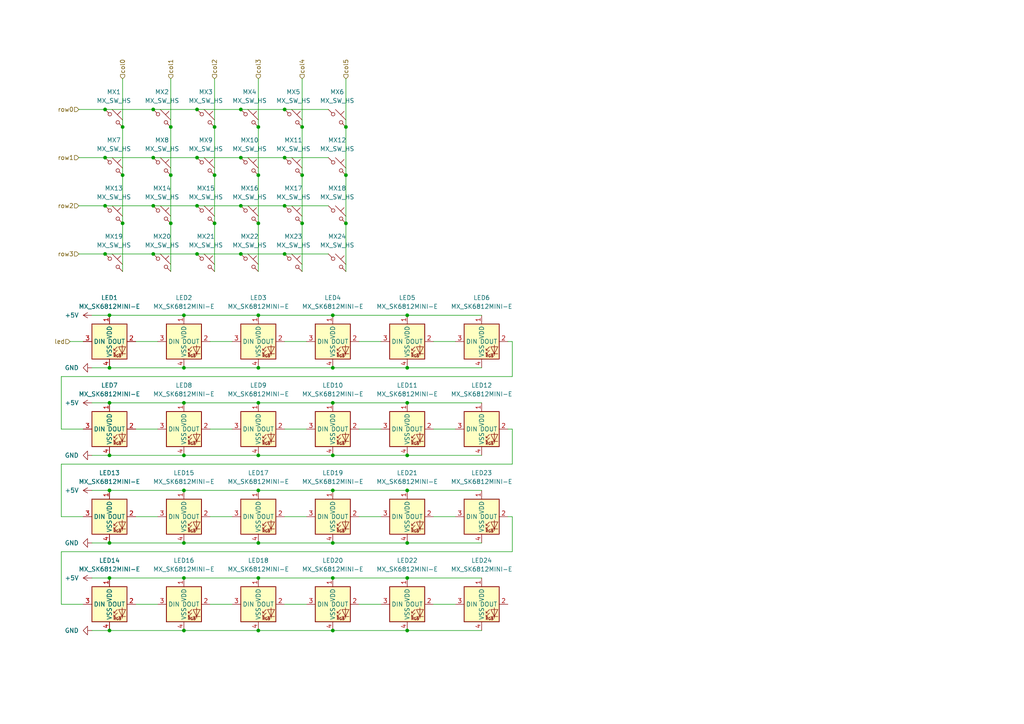
<source format=kicad_sch>
(kicad_sch (version 20230121) (generator eeschema)
  (paper "A4")
  (lib_symbols
    (symbol "PCM_marbastlib-mx:MX_SK6812MINI-E"
      (property "Reference" "LED" (at 3.175 6.35 0))
      (property "Value" "MX_SK6812MINI-E" (at 10.16 -6.985 0))
      (symbol "MX_SK6812MINI-E_0_0"
        (text "RGB" (at 2.286 -4.191 0) (effects (font (size 0.762 0.762))))
      )
      (symbol "MX_SK6812MINI-E_0_1"
        (rectangle (start -5.08 5.08) (end 5.08 -5.08) (stroke (width 0.254)) (fill (type background)))
        (polyline (pts (xy 1.27 -3.556) (xy 1.778 -3.556)))
        (polyline (pts (xy 1.27 -2.54) (xy 1.778 -2.54)))
        (polyline (pts (xy 4.699 -3.556) (xy 2.667 -3.556)))
        (polyline (pts (xy 2.286 -2.54) (xy 1.27 -3.556) (xy 1.27 -3.048)))
        (polyline (pts (xy 2.286 -1.524) (xy 1.27 -2.54) (xy 1.27 -2.032)))
        (polyline (pts (xy 3.683 -1.016) (xy 3.683 -3.556) (xy 3.683 -4.064)))
        (polyline (pts (xy 4.699 -1.524) (xy 2.667 -1.524) (xy 3.683 -3.556) (xy 4.699 -1.524)))
      )
      (symbol "MX_SK6812MINI-E_1_1"
        (pin power_in line (at 0 7.62 270) (length 2.54) (name "VDD") (number "1"))
        (pin output line (at 7.62 0 180) (length 2.54) (name "DOUT") (number "2"))
        (pin input line (at -7.62 0 0) (length 2.54) (name "DIN") (number "3"))
        (pin power_in line (at 0 -7.62 90) (length 2.54) (name "VSS") (number "4"))
      )
    )
    (symbol "PCM_marbastlib-mx:MX_SW_HS" (pin_numbers hide) (pin_names (offset 1.016) hide)
      (property "Reference" "MX" (at 3.048 1.016 0))
      (property "Value" "MX_SW_HS" (at 0 -3.81 0))
      (symbol "MX_SW_HS_0_1"
        (circle (center -1.1684 1.1684) (radius 0.508))
        (polyline (pts (xy -0.508 2.54) (xy 2.54 -0.508)))
        (polyline (pts (xy 1.016 1.016) (xy 2.032 2.032)))
        (polyline (pts (xy -2.54 2.54) (xy -1.524 1.524) (xy -1.524 1.524)))
        (polyline (pts (xy 1.524 -1.524) (xy 2.54 -2.54) (xy 2.54 -2.54) (xy 2.54 -2.54)))
        (circle (center 1.143 -1.1938) (radius 0.508))
        (pin passive line (at -2.54 2.54 0) (length 0) (name "1") (number "1"))
        (pin passive line (at 2.54 -2.54 180) (length 0) (name "2") (number "2"))
      )
    )
    (symbol "power:+5V" (power) (pin_names (offset 0))
      (property "Value" "+5V" (at 0 3.556 0))
      (symbol "+5V_0_1"
        (polyline (pts (xy -0.762 1.27) (xy 0 2.54)))
        (polyline (pts (xy 0 0) (xy 0 2.54)))
        (polyline (pts (xy 0 2.54) (xy 0.762 1.27)))
      )
      (symbol "+5V_1_1"
        (pin power_in line (at 0 0 90) (length 0) hide (name "+5V") (number "1"))
      )
    )
    (symbol "power:GND" (power) (pin_names (offset 0))
      (property "Value" "GND" (at 0 -3.81 0))
      (symbol "GND_0_1"
        (polyline (pts (xy 0 0) (xy 0 -1.27) (xy 1.27 -1.27) (xy 0 -2.54) (xy -1.27 -1.27) (xy 0 -1.27)))
      )
      (symbol "GND_1_1"
        (pin power_in line (at 0 0 270) (length 0) hide (name "GND") (number "1"))
      )
    )
  )
  (junction (at 118.11 132.08))
  (junction (at 31.75 167.64))
  (junction (at 57.15 73.66))
  (junction (at 118.11 142.24))
  (junction (at 96.52 91.44))
  (junction (at 49.53 36.83))
  (junction (at 35.56 64.77))
  (junction (at 100.33 36.83))
  (junction (at 69.85 45.72))
  (junction (at 62.23 64.77))
  (junction (at 53.34 91.44))
  (junction (at 118.11 157.48))
  (junction (at 74.93 116.84))
  (junction (at 53.34 106.68))
  (junction (at 69.85 59.69))
  (junction (at 118.11 167.64))
  (junction (at 74.93 50.8))
  (junction (at 44.45 59.69))
  (junction (at 100.33 50.8))
  (junction (at 30.48 31.75))
  (junction (at 30.48 45.72))
  (junction (at 82.55 73.66))
  (junction (at 31.75 142.24))
  (junction (at 87.63 36.83))
  (junction (at 74.93 106.68))
  (junction (at 118.11 116.84))
  (junction (at 57.15 45.72))
  (junction (at 31.75 132.08))
  (junction (at 44.45 31.75))
  (junction (at 31.75 116.84))
  (junction (at 31.75 106.68))
  (junction (at 96.52 182.88))
  (junction (at 96.52 116.84))
  (junction (at 53.34 157.48))
  (junction (at 53.34 167.64))
  (junction (at 53.34 182.88))
  (junction (at 69.85 73.66))
  (junction (at 74.93 157.48))
  (junction (at 82.55 45.72))
  (junction (at 44.45 45.72))
  (junction (at 31.75 157.48))
  (junction (at 57.15 59.69))
  (junction (at 35.56 50.8))
  (junction (at 57.15 31.75))
  (junction (at 74.93 142.24))
  (junction (at 30.48 59.69))
  (junction (at 96.52 142.24))
  (junction (at 96.52 167.64))
  (junction (at 87.63 64.77))
  (junction (at 74.93 91.44))
  (junction (at 74.93 167.64))
  (junction (at 31.75 182.88))
  (junction (at 62.23 36.83))
  (junction (at 82.55 31.75))
  (junction (at 96.52 106.68))
  (junction (at 74.93 36.83))
  (junction (at 118.11 106.68))
  (junction (at 118.11 91.44))
  (junction (at 74.93 182.88))
  (junction (at 31.75 91.44))
  (junction (at 35.56 36.83))
  (junction (at 53.34 132.08))
  (junction (at 49.53 50.8))
  (junction (at 87.63 50.8))
  (junction (at 62.23 50.8))
  (junction (at 74.93 64.77))
  (junction (at 96.52 157.48))
  (junction (at 96.52 132.08))
  (junction (at 53.34 116.84))
  (junction (at 49.53 64.77))
  (junction (at 30.48 73.66))
  (junction (at 69.85 31.75))
  (junction (at 100.33 64.77))
  (junction (at 44.45 73.66))
  (junction (at 118.11 182.88))
  (junction (at 53.34 142.24))
  (junction (at 74.93 132.08))
  (junction (at 82.55 59.69))
  (wire (pts (xy 44.45 45.72) (xy 57.15 45.72)))
  (wire (pts (xy 53.34 157.48) (xy 74.93 157.48)))
  (wire (pts (xy 39.37 124.46) (xy 45.72 124.46)))
  (wire (pts (xy 31.75 142.24) (xy 53.34 142.24)))
  (wire (pts (xy 53.34 91.44) (xy 74.93 91.44)))
  (wire (pts (xy 44.45 73.66) (xy 57.15 73.66)))
  (wire (pts (xy 82.55 31.75) (xy 95.25 31.75)))
  (wire (pts (xy 74.93 64.77) (xy 74.93 78.74)))
  (wire (pts (xy 74.93 50.8) (xy 74.93 64.77)))
  (wire (pts (xy 17.78 149.86) (xy 24.13 149.86)))
  (wire (pts (xy 104.14 149.86) (xy 110.49 149.86)))
  (wire (pts (xy 82.55 45.72) (xy 95.25 45.72)))
  (wire (pts (xy 96.52 182.88) (xy 118.11 182.88)))
  (wire (pts (xy 31.75 91.44) (xy 53.34 91.44)))
  (wire (pts (xy 82.55 175.26) (xy 88.9 175.26)))
  (wire (pts (xy 26.67 91.44) (xy 31.75 91.44)))
  (wire (pts (xy 39.37 149.86) (xy 45.72 149.86)))
  (wire (pts (xy 26.67 132.08) (xy 31.75 132.08)))
  (wire (pts (xy 125.73 175.26) (xy 132.08 175.26)))
  (wire (pts (xy 96.52 167.64) (xy 118.11 167.64)))
  (wire (pts (xy 26.67 167.64) (xy 31.75 167.64)))
  (wire (pts (xy 82.55 99.06) (xy 88.9 99.06)))
  (wire (pts (xy 39.37 175.26) (xy 45.72 175.26)))
  (wire (pts (xy 118.11 157.48) (xy 139.7 157.48)))
  (wire (pts (xy 74.93 182.88) (xy 96.52 182.88)))
  (wire (pts (xy 100.33 22.86) (xy 100.33 36.83)))
  (wire (pts (xy 118.11 91.44) (xy 139.7 91.44)))
  (wire (pts (xy 104.14 175.26) (xy 110.49 175.26)))
  (wire (pts (xy 39.37 99.06) (xy 45.72 99.06)))
  (wire (pts (xy 96.52 106.68) (xy 118.11 106.68)))
  (wire (pts (xy 31.75 116.84) (xy 53.34 116.84)))
  (wire (pts (xy 53.34 116.84) (xy 74.93 116.84)))
  (wire (pts (xy 74.93 116.84) (xy 96.52 116.84)))
  (wire (pts (xy 26.67 116.84) (xy 31.75 116.84)))
  (wire (pts (xy 31.75 182.88) (xy 53.34 182.88)))
  (wire (pts (xy 147.32 124.46) (xy 148.59 124.46)))
  (wire (pts (xy 125.73 99.06) (xy 132.08 99.06)))
  (wire (pts (xy 26.67 142.24) (xy 31.75 142.24)))
  (wire (pts (xy 49.53 50.8) (xy 49.53 64.77)))
  (wire (pts (xy 17.78 175.26) (xy 24.13 175.26)))
  (wire (pts (xy 125.73 149.86) (xy 132.08 149.86)))
  (wire (pts (xy 57.15 59.69) (xy 69.85 59.69)))
  (wire (pts (xy 60.96 175.26) (xy 67.31 175.26)))
  (wire (pts (xy 148.59 99.06) (xy 148.59 109.22)))
  (wire (pts (xy 49.53 64.77) (xy 49.53 78.74)))
  (wire (pts (xy 96.52 142.24) (xy 118.11 142.24)))
  (wire (pts (xy 69.85 45.72) (xy 82.55 45.72)))
  (wire (pts (xy 96.52 116.84) (xy 118.11 116.84)))
  (wire (pts (xy 148.59 124.46) (xy 148.59 134.62)))
  (wire (pts (xy 22.86 59.69) (xy 30.48 59.69)))
  (wire (pts (xy 60.96 99.06) (xy 67.31 99.06)))
  (wire (pts (xy 118.11 167.64) (xy 139.7 167.64)))
  (wire (pts (xy 82.55 73.66) (xy 95.25 73.66)))
  (wire (pts (xy 148.59 109.22) (xy 17.78 109.22)))
  (wire (pts (xy 74.93 22.86) (xy 74.93 36.83)))
  (wire (pts (xy 22.86 73.66) (xy 30.48 73.66)))
  (wire (pts (xy 125.73 124.46) (xy 132.08 124.46)))
  (wire (pts (xy 60.96 124.46) (xy 67.31 124.46)))
  (wire (pts (xy 17.78 109.22) (xy 17.78 124.46)))
  (wire (pts (xy 74.93 91.44) (xy 96.52 91.44)))
  (wire (pts (xy 35.56 50.8) (xy 35.56 64.77)))
  (wire (pts (xy 35.56 36.83) (xy 35.56 50.8)))
  (wire (pts (xy 26.67 182.88) (xy 31.75 182.88)))
  (wire (pts (xy 69.85 73.66) (xy 82.55 73.66)))
  (wire (pts (xy 118.11 182.88) (xy 139.7 182.88)))
  (wire (pts (xy 44.45 59.69) (xy 57.15 59.69)))
  (wire (pts (xy 17.78 134.62) (xy 17.78 149.86)))
  (wire (pts (xy 17.78 160.02) (xy 17.78 175.26)))
  (wire (pts (xy 57.15 45.72) (xy 69.85 45.72)))
  (wire (pts (xy 74.93 36.83) (xy 74.93 50.8)))
  (wire (pts (xy 30.48 59.69) (xy 44.45 59.69)))
  (wire (pts (xy 26.67 106.68) (xy 31.75 106.68)))
  (wire (pts (xy 53.34 132.08) (xy 74.93 132.08)))
  (wire (pts (xy 57.15 73.66) (xy 69.85 73.66)))
  (wire (pts (xy 44.45 31.75) (xy 57.15 31.75)))
  (wire (pts (xy 118.11 132.08) (xy 139.7 132.08)))
  (wire (pts (xy 31.75 132.08) (xy 53.34 132.08)))
  (wire (pts (xy 148.59 149.86) (xy 148.59 160.02)))
  (wire (pts (xy 104.14 124.46) (xy 110.49 124.46)))
  (wire (pts (xy 147.32 99.06) (xy 148.59 99.06)))
  (wire (pts (xy 49.53 36.83) (xy 49.53 50.8)))
  (wire (pts (xy 30.48 73.66) (xy 44.45 73.66)))
  (wire (pts (xy 35.56 22.86) (xy 35.56 36.83)))
  (wire (pts (xy 53.34 106.68) (xy 74.93 106.68)))
  (wire (pts (xy 74.93 106.68) (xy 96.52 106.68)))
  (wire (pts (xy 49.53 22.86) (xy 49.53 36.83)))
  (wire (pts (xy 74.93 157.48) (xy 96.52 157.48)))
  (wire (pts (xy 96.52 157.48) (xy 118.11 157.48)))
  (wire (pts (xy 87.63 22.86) (xy 87.63 36.83)))
  (wire (pts (xy 69.85 59.69) (xy 82.55 59.69)))
  (wire (pts (xy 22.86 31.75) (xy 30.48 31.75)))
  (wire (pts (xy 53.34 167.64) (xy 74.93 167.64)))
  (wire (pts (xy 87.63 50.8) (xy 87.63 64.77)))
  (wire (pts (xy 62.23 64.77) (xy 62.23 78.74)))
  (wire (pts (xy 57.15 31.75) (xy 69.85 31.75)))
  (wire (pts (xy 118.11 106.68) (xy 139.7 106.68)))
  (wire (pts (xy 82.55 124.46) (xy 88.9 124.46)))
  (wire (pts (xy 100.33 36.83) (xy 100.33 50.8)))
  (wire (pts (xy 104.14 99.06) (xy 110.49 99.06)))
  (wire (pts (xy 74.93 142.24) (xy 96.52 142.24)))
  (wire (pts (xy 30.48 31.75) (xy 44.45 31.75)))
  (wire (pts (xy 74.93 132.08) (xy 96.52 132.08)))
  (wire (pts (xy 82.55 59.69) (xy 95.25 59.69)))
  (wire (pts (xy 100.33 64.77) (xy 100.33 78.74)))
  (wire (pts (xy 118.11 142.24) (xy 139.7 142.24)))
  (wire (pts (xy 31.75 157.48) (xy 53.34 157.48)))
  (wire (pts (xy 82.55 149.86) (xy 88.9 149.86)))
  (wire (pts (xy 148.59 134.62) (xy 17.78 134.62)))
  (wire (pts (xy 87.63 36.83) (xy 87.63 50.8)))
  (wire (pts (xy 147.32 149.86) (xy 148.59 149.86)))
  (wire (pts (xy 17.78 124.46) (xy 24.13 124.46)))
  (wire (pts (xy 53.34 182.88) (xy 74.93 182.88)))
  (wire (pts (xy 30.48 45.72) (xy 44.45 45.72)))
  (wire (pts (xy 62.23 50.8) (xy 62.23 64.77)))
  (wire (pts (xy 96.52 132.08) (xy 118.11 132.08)))
  (wire (pts (xy 53.34 142.24) (xy 74.93 142.24)))
  (wire (pts (xy 35.56 64.77) (xy 35.56 78.74)))
  (wire (pts (xy 62.23 22.86) (xy 62.23 36.83)))
  (wire (pts (xy 69.85 31.75) (xy 82.55 31.75)))
  (wire (pts (xy 87.63 64.77) (xy 87.63 78.74)))
  (wire (pts (xy 20.32 99.06) (xy 24.13 99.06)))
  (wire (pts (xy 31.75 167.64) (xy 53.34 167.64)))
  (wire (pts (xy 22.86 45.72) (xy 30.48 45.72)))
  (wire (pts (xy 148.59 160.02) (xy 17.78 160.02)))
  (wire (pts (xy 96.52 91.44) (xy 118.11 91.44)))
  (wire (pts (xy 60.96 149.86) (xy 67.31 149.86)))
  (wire (pts (xy 100.33 50.8) (xy 100.33 64.77)))
  (wire (pts (xy 31.75 106.68) (xy 53.34 106.68)))
  (wire (pts (xy 118.11 116.84) (xy 139.7 116.84)))
  (wire (pts (xy 62.23 36.83) (xy 62.23 50.8)))
  (wire (pts (xy 74.93 167.64) (xy 96.52 167.64)))
  (wire (pts (xy 26.67 157.48) (xy 31.75 157.48)))
  (hierarchical_label "col4" (shape input) (at 87.63 22.86 90))
  (hierarchical_label "led" (shape input) (at 20.32 99.06 180))
  (hierarchical_label "col2" (shape input) (at 62.23 22.86 90))
  (hierarchical_label "row3" (shape input) (at 22.86 73.66 180))
  (hierarchical_label "col0" (shape input) (at 35.56 22.86 90))
  (hierarchical_label "row2" (shape input) (at 22.86 59.69 180))
  (hierarchical_label "col1" (shape input) (at 49.53 22.86 90))
  (hierarchical_label "row1" (shape input) (at 22.86 45.72 180))
  (hierarchical_label "col5" (shape input) (at 100.33 22.86 90))
  (hierarchical_label "row0" (shape input) (at 22.86 31.75 180))
  (hierarchical_label "col3" (shape input) (at 74.93 22.86 90))
  (symbol (lib_id "power:GND") (at 26.67 157.48 270) (unit 1)
    (property "Reference" "#PWR07" (effects hide))
    (property "Value" "GND" (at 22.86 157.48 90) (effects (justify right)))
    (instances (project "MacroPad" (path "" (reference "#PWR07") (unit 1)) (path "" (reference "#PWR06") (unit 1))))
  )
  (symbol (lib_id "PCM_marbastlib-mx:MX_SK6812MINI-E") (at 96.52 124.46 0) (unit 1)
    (property "Reference" "LED10" (at 96.52 111.76 0))
    (property "Value" "MX_SK6812MINI-E" (at 96.52 114.3 0))
    (property "Footprint" "PCM_marbastlib-mx:LED_MX_6028R-ROT" (effects hide))
    (property "JLC Part" "C5149201" (effects hide))
    (property "JLCRotOffset" "180" (effects hide))
  )
  (symbol (lib_id "PCM_marbastlib-mx:MX_SW_HS") (at 59.69 34.29 0) (unit 1)
    (property "Reference" "MX3" (at 59.69 26.67 0))
    (property "Value" "MX_SW_HS" (at 59.69 29.21 0))
    (property "Footprint" "PCM_marbastlib-mx:SW_MX_HS_1u" (effects hide))
    (property "JLC Part" "C5156480" (effects hide))
    (property "JLCRotOffset" "180" (effects hide))
    (property "JLCPosOffset" "0.6,3.8" (effects hide))
  )
  (symbol (lib_id "PCM_marbastlib-mx:MX_SK6812MINI-E") (at 118.11 149.86 0) (unit 1)
    (property "Reference" "LED21" (at 118.11 137.16 0))
    (property "Value" "MX_SK6812MINI-E" (at 118.11 139.7 0))
    (property "Footprint" "PCM_marbastlib-mx:LED_MX_6028R-ROT" (effects hide))
    (property "JLC Part" "C5149201" (effects hide))
    (property "JLCRotOffset" "180" (effects hide))
    (instances (project "MacroPad" (path "" (reference "LED21") (unit 1)) (path "" (reference "LED17") (unit 1))))
  )
  (symbol (lib_id "PCM_marbastlib-mx:MX_SK6812MINI-E") (at 74.93 149.86 0) (unit 1)
    (property "Reference" "LED17" (at 74.93 137.16 0))
    (property "Value" "MX_SK6812MINI-E" (at 74.93 139.7 0))
    (property "Footprint" "PCM_marbastlib-mx:LED_MX_6028R-ROT" (effects hide))
    (property "JLC Part" "C5149201" (effects hide))
    (property "JLCRotOffset" "180" (effects hide))
    (instances (project "MacroPad" (path "" (reference "LED17") (unit 1)) (path "" (reference "LED15") (unit 1))))
  )
  (symbol (lib_id "PCM_marbastlib-mx:MX_SW_HS") (at 85.09 62.23 0) (unit 1)
    (property "Reference" "MX17" (at 85.09 54.61 0))
    (property "Value" "MX_SW_HS" (at 85.09 57.15 0))
    (property "Footprint" "PCM_marbastlib-mx:SW_MX_HS_1u" (effects hide))
    (property "JLC Part" "C5156480" (effects hide))
    (property "JLCRotOffset" "180" (effects hide))
    (property "JLCPosOffset" "0.6,3.8" (effects hide))
  )
  (symbol (lib_id "PCM_marbastlib-mx:MX_SW_HS") (at 46.99 34.29 0) (unit 1)
    (property "Reference" "MX2" (at 46.99 26.67 0))
    (property "Value" "MX_SW_HS" (at 46.99 29.21 0))
    (property "Footprint" "PCM_marbastlib-mx:SW_MX_HS_1u" (effects hide))
    (property "JLC Part" "C5156480" (effects hide))
    (property "JLCRotOffset" "180" (effects hide))
    (property "JLCPosOffset" "0.6,3.8" (effects hide))
  )
  (symbol (lib_id "PCM_marbastlib-mx:MX_SW_HS") (at 46.99 76.2 0) (unit 1)
    (property "Reference" "MX20" (at 46.99 68.58 0))
    (property "Value" "MX_SW_HS" (at 46.99 71.12 0))
    (property "Footprint" "PCM_marbastlib-mx:SW_MX_HS_1u" (effects hide))
    (property "JLC Part" "C5156480" (effects hide))
    (property "JLCRotOffset" "180" (effects hide))
    (property "JLCPosOffset" "0.6,3.8" (effects hide))
  )
  (symbol (lib_id "power:+5V") (at 26.67 167.64 90) (unit 1)
    (property "Reference" "#PWR04" (effects hide))
    (property "Value" "+5V" (at 22.86 167.64 90) (effects (justify left)))
    (instances (project "MacroPad" (path "" (reference "#PWR04") (unit 1)) (path "" (reference "#PWR07") (unit 1))))
  )
  (symbol (lib_id "PCM_marbastlib-mx:MX_SK6812MINI-E") (at 31.75 99.06 0) (unit 1)
    (property "Reference" "LED1" (at 31.75 86.36 0))
    (property "Value" "MX_SK6812MINI-E" (at 31.75 88.9 0))
    (property "Footprint" "PCM_marbastlib-mx:LED_MX_6028R-ROT" (effects hide))
    (property "JLC Part" "C5149201" (effects hide))
    (property "JLCRotOffset" "180" (effects hide))
  )
  (symbol (lib_id "PCM_marbastlib-mx:MX_SW_HS") (at 33.02 76.2 0) (unit 1)
    (property "Reference" "MX19" (at 33.02 68.58 0))
    (property "Value" "MX_SW_HS" (at 33.02 71.12 0))
    (property "Footprint" "PCM_marbastlib-mx:SW_MX_HS_1u" (effects hide))
    (property "JLC Part" "C5156480" (effects hide))
    (property "JLCRotOffset" "180" (effects hide))
    (property "JLCPosOffset" "0.6,3.8" (effects hide))
  )
  (symbol (lib_id "PCM_marbastlib-mx:MX_SW_HS") (at 97.79 34.29 0) (unit 1)
    (property "Reference" "MX6" (at 97.79 26.67 0))
    (property "Value" "MX_SW_HS" (at 97.79 29.21 0))
    (property "Footprint" "PCM_marbastlib-mx:SW_MX_HS_1u" (effects hide))
    (property "JLC Part" "C5156480" (effects hide))
    (property "JLCRotOffset" "180" (effects hide))
    (property "JLCPosOffset" "0.6,3.8" (effects hide))
  )
  (symbol (lib_id "PCM_marbastlib-mx:MX_SW_HS") (at 33.02 48.26 0) (unit 1)
    (property "Reference" "MX7" (at 33.02 40.64 0))
    (property "Value" "MX_SW_HS" (at 33.02 43.18 0))
    (property "Footprint" "PCM_marbastlib-mx:SW_MX_HS_1u" (effects hide))
    (property "JLC Part" "C5156480" (effects hide))
    (property "JLCRotOffset" "180" (effects hide))
    (property "JLCPosOffset" "0.6,3.8" (effects hide))
  )
  (symbol (lib_id "PCM_marbastlib-mx:MX_SK6812MINI-E") (at 31.75 175.26 0) (unit 1)
    (property "Reference" "LED14" (at 31.75 162.56 0))
    (property "Value" "MX_SK6812MINI-E" (at 31.75 165.1 0))
    (property "Footprint" "PCM_marbastlib-mx:LED_MX_6028R-ROT" (effects hide))
    (property "JLC Part" "C5149201" (effects hide))
    (property "JLCRotOffset" "180" (effects hide))
    (instances (project "MacroPad" (path "" (reference "LED14") (unit 1)) (path "" (reference "LED19") (unit 1))))
  )
  (symbol (lib_id "PCM_marbastlib-mx:MX_SW_HS") (at 72.39 34.29 0) (unit 1)
    (property "Reference" "MX4" (at 72.39 26.67 0))
    (property "Value" "MX_SW_HS" (at 72.39 29.21 0))
    (property "Footprint" "PCM_marbastlib-mx:SW_MX_HS_1u" (effects hide))
    (property "JLC Part" "C5156480" (effects hide))
    (property "JLCRotOffset" "180" (effects hide))
    (property "JLCPosOffset" "0.6,3.8" (effects hide))
  )
  (symbol (lib_id "power:+5V") (at 26.67 142.24 90) (unit 1)
    (property "Reference" "#PWR03" (effects hide))
    (property "Value" "+5V" (at 22.86 142.24 90) (effects (justify left)))
    (instances (project "MacroPad" (path "" (reference "#PWR03") (unit 1)) (path "" (reference "#PWR05") (unit 1))))
  )
  (symbol (lib_id "PCM_marbastlib-mx:MX_SW_HS") (at 85.09 76.2 0) (unit 1)
    (property "Reference" "MX23" (at 85.09 68.58 0))
    (property "Value" "MX_SW_HS" (at 85.09 71.12 0))
    (property "Footprint" "PCM_marbastlib-mx:SW_MX_HS_1u" (effects hide))
    (property "JLC Part" "C5156480" (effects hide))
    (property "JLCRotOffset" "180" (effects hide))
    (property "JLCPosOffset" "0.6,3.8" (effects hide))
  )
  (symbol (lib_id "PCM_marbastlib-mx:MX_SW_HS") (at 59.69 62.23 0) (unit 1)
    (property "Reference" "MX15" (at 59.69 54.61 0))
    (property "Value" "MX_SW_HS" (at 59.69 57.15 0))
    (property "Footprint" "PCM_marbastlib-mx:SW_MX_HS_1u" (effects hide))
    (property "JLC Part" "C5156480" (effects hide))
    (property "JLCRotOffset" "180" (effects hide))
    (property "JLCPosOffset" "0.6,3.8" (effects hide))
  )
  (symbol (lib_id "PCM_marbastlib-mx:MX_SW_HS") (at 97.79 62.23 0) (unit 1)
    (property "Reference" "MX18" (at 97.79 54.61 0))
    (property "Value" "MX_SW_HS" (at 97.79 57.15 0))
    (property "Footprint" "PCM_marbastlib-mx:SW_MX_HS_1u" (effects hide))
    (property "JLC Part" "C5156480" (effects hide))
    (property "JLCRotOffset" "180" (effects hide))
    (property "JLCPosOffset" "0.6,3.8" (effects hide))
  )
  (symbol (lib_id "PCM_marbastlib-mx:MX_SK6812MINI-E") (at 139.7 124.46 0) (unit 1)
    (property "Reference" "LED12" (at 139.7 111.76 0))
    (property "Value" "MX_SK6812MINI-E" (at 139.7 114.3 0))
    (property "Footprint" "PCM_marbastlib-mx:LED_MX_6028R-ROT" (effects hide))
    (property "JLC Part" "C5149201" (effects hide))
    (property "JLCRotOffset" "180" (effects hide))
  )
  (symbol (lib_id "PCM_marbastlib-mx:MX_SW_HS") (at 46.99 48.26 0) (unit 1)
    (property "Reference" "MX8" (at 46.99 40.64 0))
    (property "Value" "MX_SW_HS" (at 46.99 43.18 0))
    (property "Footprint" "PCM_marbastlib-mx:SW_MX_HS_1u" (effects hide))
    (property "JLC Part" "C5156480" (effects hide))
    (property "JLCRotOffset" "180" (effects hide))
    (property "JLCPosOffset" "0.6,3.8" (effects hide))
  )
  (symbol (lib_id "PCM_marbastlib-mx:MX_SK6812MINI-E") (at 53.34 124.46 0) (unit 1)
    (property "Reference" "LED8" (at 53.34 111.76 0))
    (property "Value" "MX_SK6812MINI-E" (at 53.34 114.3 0))
    (property "Footprint" "PCM_marbastlib-mx:LED_MX_6028R-ROT" (effects hide))
    (property "JLC Part" "C5149201" (effects hide))
    (property "JLCRotOffset" "180" (effects hide))
  )
  (symbol (lib_id "PCM_marbastlib-mx:MX_SK6812MINI-E") (at 118.11 175.26 0) (unit 1)
    (property "Reference" "LED22" (at 118.11 162.56 0))
    (property "Value" "MX_SK6812MINI-E" (at 118.11 165.1 0))
    (property "Footprint" "PCM_marbastlib-mx:LED_MX_6028R-ROT" (effects hide))
    (property "JLC Part" "C5149201" (effects hide))
    (property "JLCRotOffset" "180" (effects hide))
    (instances (project "MacroPad" (path "" (reference "LED22") (unit 1)) (path "" (reference "LED23") (unit 1))))
  )
  (symbol (lib_id "PCM_marbastlib-mx:MX_SK6812MINI-E") (at 53.34 149.86 0) (unit 1)
    (property "Reference" "LED15" (at 53.34 137.16 0))
    (property "Value" "MX_SK6812MINI-E" (at 53.34 139.7 0))
    (property "Footprint" "PCM_marbastlib-mx:LED_MX_6028R-ROT" (effects hide))
    (property "JLC Part" "C5149201" (effects hide))
    (property "JLCRotOffset" "180" (effects hide))
    (instances (project "MacroPad" (path "" (reference "LED15") (unit 1)) (path "" (reference "LED14") (unit 1))))
  )
  (symbol (lib_id "PCM_marbastlib-mx:MX_SW_HS") (at 46.99 62.23 0) (unit 1)
    (property "Reference" "MX14" (at 46.99 54.61 0))
    (property "Value" "MX_SW_HS" (at 46.99 57.15 0))
    (property "Footprint" "PCM_marbastlib-mx:SW_MX_HS_1u" (effects hide))
    (property "JLC Part" "C5156480" (effects hide))
    (property "JLCRotOffset" "180" (effects hide))
    (property "JLCPosOffset" "0.6,3.8" (effects hide))
  )
  (symbol (lib_id "PCM_marbastlib-mx:MX_SK6812MINI-E") (at 74.93 124.46 0) (unit 1)
    (property "Reference" "LED9" (at 74.93 111.76 0))
    (property "Value" "MX_SK6812MINI-E" (at 74.93 114.3 0))
    (property "Footprint" "PCM_marbastlib-mx:LED_MX_6028R-ROT" (effects hide))
    (property "JLC Part" "C5149201" (effects hide))
    (property "JLCRotOffset" "180" (effects hide))
  )
  (symbol (lib_id "PCM_marbastlib-mx:MX_SK6812MINI-E") (at 31.75 124.46 0) (unit 1)
    (property "Reference" "LED7" (at 31.75 111.76 0))
    (property "Value" "MX_SK6812MINI-E" (at 31.75 114.3 0))
    (property "Footprint" "PCM_marbastlib-mx:LED_MX_6028R-ROT" (effects hide))
    (property "JLC Part" "C5149201" (effects hide))
    (property "JLCRotOffset" "180" (effects hide))
  )
  (symbol (lib_id "PCM_marbastlib-mx:MX_SK6812MINI-E") (at 53.34 99.06 0) (unit 1)
    (property "Reference" "LED2" (at 53.34 86.36 0))
    (property "Value" "MX_SK6812MINI-E" (at 53.34 88.9 0))
    (property "Footprint" "PCM_marbastlib-mx:LED_MX_6028R-ROT" (effects hide))
    (property "JLC Part" "C5149201" (effects hide))
    (property "JLCRotOffset" "180" (effects hide))
  )
  (symbol (lib_id "PCM_marbastlib-mx:MX_SW_HS") (at 59.69 48.26 0) (unit 1)
    (property "Reference" "MX9" (at 59.69 40.64 0))
    (property "Value" "MX_SW_HS" (at 59.69 43.18 0))
    (property "Footprint" "PCM_marbastlib-mx:SW_MX_HS_1u" (effects hide))
    (property "JLC Part" "C5156480" (effects hide))
    (property "JLCRotOffset" "180" (effects hide))
    (property "JLCPosOffset" "0.6,3.8" (effects hide))
  )
  (symbol (lib_id "PCM_marbastlib-mx:MX_SW_HS") (at 85.09 48.26 0) (unit 1)
    (property "Reference" "MX11" (at 85.09 40.64 0))
    (property "Value" "MX_SW_HS" (at 85.09 43.18 0))
    (property "Footprint" "PCM_marbastlib-mx:SW_MX_HS_1u" (effects hide))
    (property "JLC Part" "C5156480" (effects hide))
    (property "JLCRotOffset" "180" (effects hide))
    (property "JLCPosOffset" "0.6,3.8" (effects hide))
  )
  (symbol (lib_id "PCM_marbastlib-mx:MX_SK6812MINI-E") (at 31.75 149.86 0) (unit 1)
    (property "Reference" "LED13" (at 31.75 137.16 0))
    (property "Value" "MX_SK6812MINI-E" (at 31.75 139.7 0))
    (property "Footprint" "PCM_marbastlib-mx:LED_MX_6028R-ROT" (effects hide))
    (property "JLC Part" "C5149201" (effects hide))
    (property "JLCRotOffset" "180" (effects hide))
  )
  (symbol (lib_id "PCM_marbastlib-mx:MX_SW_HS") (at 97.79 76.2 0) (unit 1)
    (property "Reference" "MX24" (at 97.79 68.58 0))
    (property "Value" "MX_SW_HS" (at 97.79 71.12 0))
    (property "Footprint" "PCM_marbastlib-mx:SW_MX_HS_1u" (effects hide))
    (property "JLC Part" "C5156480" (effects hide))
    (property "JLCRotOffset" "180" (effects hide))
    (property "JLCPosOffset" "0.6,3.8" (effects hide))
  )
  (symbol (lib_id "PCM_marbastlib-mx:MX_SW_HS") (at 33.02 62.23 0) (unit 1)
    (property "Reference" "MX13" (at 33.02 54.61 0))
    (property "Value" "MX_SW_HS" (at 33.02 57.15 0))
    (property "Footprint" "PCM_marbastlib-mx:SW_MX_HS_1u" (effects hide))
    (property "JLC Part" "C5156480" (effects hide))
    (property "JLCRotOffset" "180" (effects hide))
    (property "JLCPosOffset" "0.6,3.8" (effects hide))
  )
  (symbol (lib_id "PCM_marbastlib-mx:MX_SK6812MINI-E") (at 96.52 99.06 0) (unit 1)
    (property "Reference" "LED4" (at 96.52 86.36 0))
    (property "Value" "MX_SK6812MINI-E" (at 96.52 88.9 0))
    (property "Footprint" "PCM_marbastlib-mx:LED_MX_6028R-ROT" (effects hide))
    (property "JLC Part" "C5149201" (effects hide))
    (property "JLCRotOffset" "180" (effects hide))
  )
  (symbol (lib_id "PCM_marbastlib-mx:MX_SK6812MINI-E") (at 96.52 149.86 0) (unit 1)
    (property "Reference" "LED19" (at 96.52 137.16 0))
    (property "Value" "MX_SK6812MINI-E" (at 96.52 139.7 0))
    (property "Footprint" "PCM_marbastlib-mx:LED_MX_6028R-ROT" (effects hide))
    (property "JLC Part" "C5149201" (effects hide))
    (property "JLCRotOffset" "180" (effects hide))
    (instances (project "MacroPad" (path "" (reference "LED19") (unit 1)) (path "" (reference "LED16") (unit 1))))
  )
  (symbol (lib_id "PCM_marbastlib-mx:MX_SW_HS") (at 59.69 76.2 0) (unit 1)
    (property "Reference" "MX21" (at 59.69 68.58 0))
    (property "Value" "MX_SW_HS" (at 59.69 71.12 0))
    (property "Footprint" "PCM_marbastlib-mx:SW_MX_HS_1u" (effects hide))
    (property "JLC Part" "C5156480" (effects hide))
    (property "JLCRotOffset" "180" (effects hide))
    (property "JLCPosOffset" "0.6,3.8" (effects hide))
  )
  (symbol (lib_id "PCM_marbastlib-mx:MX_SK6812MINI-E") (at 139.7 175.26 0) (unit 1)
    (property "Reference" "LED24" (at 139.7 162.56 0))
    (property "Value" "MX_SK6812MINI-E" (at 139.7 165.1 0))
    (property "Footprint" "PCM_marbastlib-mx:LED_MX_6028R-ROT" (effects hide))
    (property "JLC Part" "C5149201" (effects hide))
    (property "JLCRotOffset" "180" (effects hide))
  )
  (symbol (lib_id "PCM_marbastlib-mx:MX_SK6812MINI-E") (at 74.93 99.06 0) (unit 1)
    (property "Reference" "LED3" (at 74.93 86.36 0))
    (property "Value" "MX_SK6812MINI-E" (at 74.93 88.9 0))
    (property "Footprint" "PCM_marbastlib-mx:LED_MX_6028R-ROT" (effects hide))
    (property "JLC Part" "C5149201" (effects hide))
    (property "JLCRotOffset" "180" (effects hide))
  )
  (symbol (lib_id "PCM_marbastlib-mx:MX_SK6812MINI-E") (at 139.7 149.86 0) (unit 1)
    (property "Reference" "LED23" (at 139.7 137.16 0))
    (property "Value" "MX_SK6812MINI-E" (at 139.7 139.7 0))
    (property "Footprint" "PCM_marbastlib-mx:LED_MX_6028R-ROT" (effects hide))
    (property "JLC Part" "C5149201" (effects hide))
    (property "JLCRotOffset" "180" (effects hide))
    (instances (project "MacroPad" (path "" (reference "LED23") (unit 1)) (path "" (reference "LED18") (unit 1))))
  )
  (symbol (lib_id "PCM_marbastlib-mx:MX_SK6812MINI-E") (at 118.11 99.06 0) (unit 1)
    (property "Reference" "LED5" (at 118.11 86.36 0))
    (property "Value" "MX_SK6812MINI-E" (at 118.11 88.9 0))
    (property "Footprint" "PCM_marbastlib-mx:LED_MX_6028R-ROT" (effects hide))
    (property "JLC Part" "C5149201" (effects hide))
    (property "JLCRotOffset" "180" (effects hide))
  )
  (symbol (lib_id "power:GND") (at 26.67 106.68 270) (unit 1)
    (property "Reference" "#PWR05" (effects hide))
    (property "Value" "GND" (at 22.86 106.68 90) (effects (justify right)))
    (instances (project "MacroPad" (path "" (reference "#PWR05") (unit 1)) (path "" (reference "#PWR02") (unit 1))))
  )
  (symbol (lib_id "PCM_marbastlib-mx:MX_SW_HS") (at 72.39 48.26 0) (unit 1)
    (property "Reference" "MX10" (at 72.39 40.64 0))
    (property "Value" "MX_SW_HS" (at 72.39 43.18 0))
    (property "Footprint" "PCM_marbastlib-mx:SW_MX_HS_1u" (effects hide))
    (property "JLC Part" "C5156480" (effects hide))
    (property "JLCRotOffset" "180" (effects hide))
    (property "JLCPosOffset" "0.6,3.8" (effects hide))
  )
  (symbol (lib_id "PCM_marbastlib-mx:MX_SK6812MINI-E") (at 53.34 175.26 0) (unit 1)
    (property "Reference" "LED16" (at 53.34 162.56 0))
    (property "Value" "MX_SK6812MINI-E" (at 53.34 165.1 0))
    (property "Footprint" "PCM_marbastlib-mx:LED_MX_6028R-ROT" (effects hide))
    (property "JLC Part" "C5149201" (effects hide))
    (property "JLCRotOffset" "180" (effects hide))
    (instances (project "MacroPad" (path "" (reference "LED16") (unit 1)) (path "" (reference "LED20") (unit 1))))
  )
  (symbol (lib_id "power:+5V") (at 26.67 116.84 90) (unit 1)
    (property "Reference" "#PWR02" (effects hide))
    (property "Value" "+5V" (at 22.86 116.84 90) (effects (justify left)))
    (instances (project "MacroPad" (path "" (reference "#PWR02") (unit 1)) (path "" (reference "#PWR03") (unit 1))))
  )
  (symbol (lib_id "PCM_marbastlib-mx:MX_SW_HS") (at 72.39 76.2 0) (unit 1)
    (property "Reference" "MX22" (at 72.39 68.58 0))
    (property "Value" "MX_SW_HS" (at 72.39 71.12 0))
    (property "Footprint" "PCM_marbastlib-mx:SW_MX_HS_1u" (effects hide))
    (property "JLC Part" "C5156480" (effects hide))
    (property "JLCRotOffset" "180" (effects hide))
    (property "JLCPosOffset" "0.6,3.8" (effects hide))
  )
  (symbol (lib_id "PCM_marbastlib-mx:MX_SW_HS") (at 33.02 34.29 0) (unit 1)
    (property "Reference" "MX1" (at 33.02 26.67 0))
    (property "Value" "MX_SW_HS" (at 33.02 29.21 0))
    (property "Footprint" "PCM_marbastlib-mx:SW_MX_HS_1u" (effects hide))
    (property "JLC Part" "C5156480" (effects hide))
    (property "JLCRotOffset" "180" (effects hide))
    (property "JLCPosOffset" "0.6,3.8" (effects hide))
  )
  (symbol (lib_id "power:GND") (at 26.67 182.88 270) (unit 1)
    (property "Reference" "#PWR08" (effects hide))
    (property "Value" "GND" (at 22.86 182.88 90) (effects (justify right)))
  )
  (symbol (lib_id "PCM_marbastlib-mx:MX_SW_HS") (at 72.39 62.23 0) (unit 1)
    (property "Reference" "MX16" (at 72.39 54.61 0))
    (property "Value" "MX_SW_HS" (at 72.39 57.15 0))
    (property "Footprint" "PCM_marbastlib-mx:SW_MX_HS_1u" (effects hide))
    (property "JLC Part" "C5156480" (effects hide))
    (property "JLCRotOffset" "180" (effects hide))
    (property "JLCPosOffset" "0.6,3.8" (effects hide))
  )
  (symbol (lib_id "PCM_marbastlib-mx:MX_SW_HS") (at 97.79 48.26 0) (unit 1)
    (property "Reference" "MX12" (at 97.79 40.64 0))
    (property "Value" "MX_SW_HS" (at 97.79 43.18 0))
    (property "Footprint" "PCM_marbastlib-mx:SW_MX_HS_1u" (effects hide))
    (property "JLC Part" "C5156480" (effects hide))
    (property "JLCRotOffset" "180" (effects hide))
    (property "JLCPosOffset" "0.6,3.8" (effects hide))
  )
  (symbol (lib_id "PCM_marbastlib-mx:MX_SK6812MINI-E") (at 118.11 124.46 0) (unit 1)
    (property "Reference" "LED11" (at 118.11 111.76 0))
    (property "Value" "MX_SK6812MINI-E" (at 118.11 114.3 0))
    (property "Footprint" "PCM_marbastlib-mx:LED_MX_6028R-ROT" (effects hide))
    (property "JLC Part" "C5149201" (effects hide))
    (property "JLCRotOffset" "180" (effects hide))
  )
  (symbol (lib_id "power:+5V") (at 26.67 91.44 90) (unit 1)
    (property "Reference" "#PWR01" (effects hide))
    (property "Value" "+5V" (at 22.86 91.44 90) (effects (justify left)))
  )
  (symbol (lib_id "power:GND") (at 26.67 132.08 270) (unit 1)
    (property "Reference" "#PWR06" (effects hide))
    (property "Value" "GND" (at 22.86 132.08 90) (effects (justify right)))
    (instances (project "MacroPad" (path "" (reference "#PWR06") (unit 1)) (path "" (reference "#PWR04") (unit 1))))
  )
  (symbol (lib_id "PCM_marbastlib-mx:MX_SK6812MINI-E") (at 96.52 175.26 0) (unit 1)
    (property "Reference" "LED20" (at 96.52 162.56 0))
    (property "Value" "MX_SK6812MINI-E" (at 96.52 165.1 0))
    (property "Footprint" "PCM_marbastlib-mx:LED_MX_6028R-ROT" (effects hide))
    (property "JLC Part" "C5149201" (effects hide))
    (property "JLCRotOffset" "180" (effects hide))
    (instances (project "MacroPad" (path "" (reference "LED20") (unit 1)) (path "" (reference "LED22") (unit 1))))
  )
  (symbol (lib_id "PCM_marbastlib-mx:MX_SW_HS") (at 85.09 34.29 0) (unit 1)
    (property "Reference" "MX5" (at 85.09 26.67 0))
    (property "Value" "MX_SW_HS" (at 85.09 29.21 0))
    (property "Footprint" "PCM_marbastlib-mx:SW_MX_HS_1u" (effects hide))
    (property "JLC Part" "C5156480" (effects hide))
    (property "JLCRotOffset" "180" (effects hide))
    (property "JLCPosOffset" "0.6,3.8" (effects hide))
  )
  (symbol (lib_id "PCM_marbastlib-mx:MX_SK6812MINI-E") (at 74.93 175.26 0) (unit 1)
    (property "Reference" "LED18" (at 74.93 162.56 0))
    (property "Value" "MX_SK6812MINI-E" (at 74.93 165.1 0))
    (property "Footprint" "PCM_marbastlib-mx:LED_MX_6028R-ROT" (effects hide))
    (property "JLC Part" "C5149201" (effects hide))
    (property "JLCRotOffset" "180" (effects hide))
    (instances (project "MacroPad" (path "" (reference "LED18") (unit 1)) (path "" (reference "LED21") (unit 1))))
  )
  (symbol (lib_id "PCM_marbastlib-mx:MX_SK6812MINI-E") (at 139.7 99.06 0) (unit 1)
    (property "Reference" "LED6" (at 139.7 86.36 0))
    (property "Value" "MX_SK6812MINI-E" (at 139.7 88.9 0))
    (property "Footprint" "PCM_marbastlib-mx:LED_MX_6028R-ROT" (effects hide))
    (property "JLC Part" "C5149201" (effects hide))
    (property "JLCRotOffset" "180" (effects hide))
  )
)
</source>
